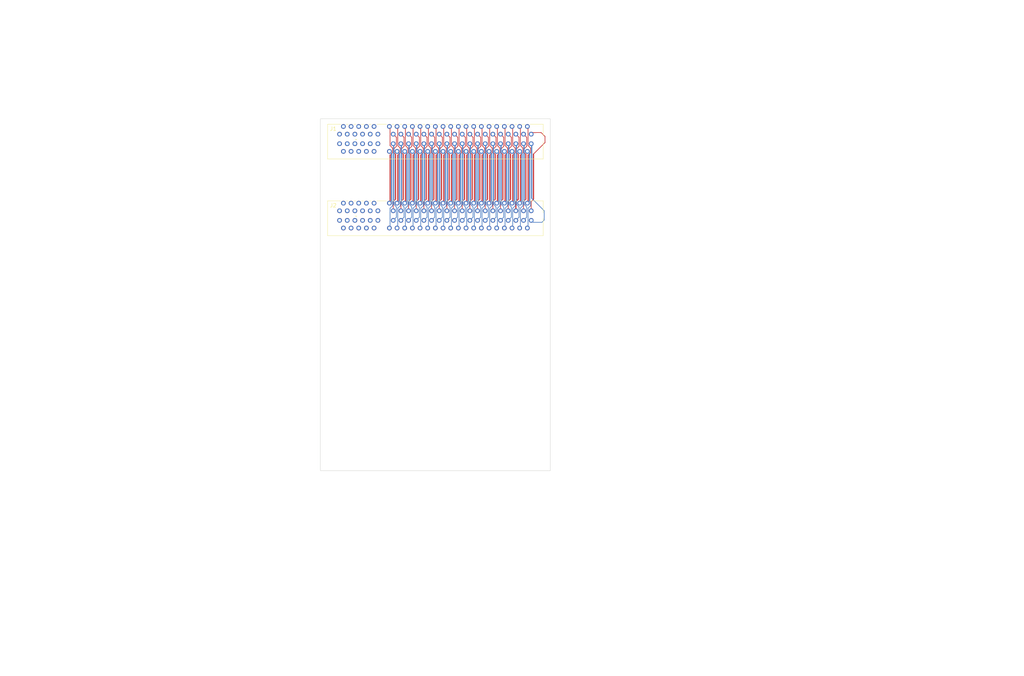
<source format=kicad_pcb>
(kicad_pcb (version 20221018) (generator pcbnew)
  (layers (0 "F.Cu" signal) (31 "B.Cu" signal) (34 "B.Paste" user) (35 "F.Paste" user) (36 "B.SilkS" user "B.Silkscreen") (37 "F.SilkS" user "F.Silkscreen") (38 "B.Mask" user) (39 "F.Mask" user) (44 "Edge.Cuts" user))
  (property "SHEETTOTAL" "1")
  (net 0 "")
  (net 7 "5V")
  (net 8 "3.3V")
  (net 9 "8.4V")
  (net 10 "GND")
  (net 11 "ENGHALL1")
  (net 12 "DIR2")
  (net 13 "DIR1")
  (net 14 "PWM2")
  (net 15 "PWM1")
  (net 16 "SPARK")
  (net 17 "RRHALL")
  (net 18 "ENGHALL2")
  (net 19 "PLOADC1")
  (net 20 "PLOADC2")
  (net 21 "PLDCLK")
  (net 22 "PLDDAT")
  (net 23 "SLOADC1")
  (net 24 "SLOADC2")
  (net 25 "SLDCLK")
  (net 26 "SLDDAT")
  (net 27 "PENC_A")
  (net 28 "~PENC_A")
  (net 29 "PENC_B")
  (net 30 "~PENC_B")
  (net 31 "SENC_A")
  (net 32 "~SENC_A")
  (net 33 "SENC_B")
  (net 34 "~SENC_B")
  (net 35 "DIG_OUT")
  (net 36 "N_A")
  (net 37 "IR_TEENSY")
  (net 38 "IR_AMP")
  (net 39 "TEMP4")
  (net 40 "TEMP3")
  (net 41 "TEMP2")
  (net 42 "TEMP1")
  (net 43 "CAN_H")
  (net 44 "CAN_L")
  (net 45 "I2C_DATA")
  (net 46 "I2C_CLK")
  (net 47 "TX1")
  (net 48 "RX1")
  (net 49 "TX2")
  (net 50 "RX2")
  (net 51 "TX3")
  (net 52 "RX3")
  (net 53 "TX4")
  (net 54 "RX4")
  (net 55 "TX5")
  (net 56 "RX5")
  (net 57 "CIPO")
  (net 58 "COPI")
  (net 59 "SCLK")
  (net 60 "CS1")
  (net 61 "CS2")
  (net 62 "CS3")
  (net 63 "CS4")
  (net 64 "CS5")
  (net 65 "CS6")
  (net 66 "FRBPRESS")
  (net 67 "RRBPRESS")
  (net 68 "RPOT1")
  (net 69 "RPOT2")
  (net 70 "VOLT1")
  (net 71 "VOLT2")
  (net 72 "VOLT3")
  (footprint "!footprints:9-1734774-5" (layer "F.Cu") (at 102.999999 72)
    (fp_text reference "J2")
    (fp_text value "~")
  )
  (footprint "!footprints:9-1734774-5" (layer "F.Cu") (at 103.000001 52)
    (fp_text reference "J1")
    (fp_text value "~")
  )
  (gr_rect (start 98 48) (end 158 139.8) (stroke (width 0.1)) (fill none) (layer "Edge.Cuts"))
  (segment (start 142.2 57.465456) (end 142.824102 56.841354) (width 0.175) (layer "F.Cu") (net 10))
  (segment (start 125.824102 55.175898) (end 125.1759 55.8241) (width 0.175) (layer "F.Cu") (net 10))
  (segment (start 125.1759 55.8241) (end 125.1759 56.841354) (width 0.175) (layer "F.Cu") (net 10))
  (segment (start 149 69.6) (end 149 72) (width 0.3) (layer "F.Cu") (net 10))
  (segment (start 149.824102 52.8241) (end 149.824102 55.175898) (width 0.175) (layer "F.Cu") (net 10))
  (segment (start 142.824102 55.624102) (end 142.175902 54.975902) (width 0.175) (layer "F.Cu") (net 10))
  (segment (start 121.1759 56.841354) (end 121.6 57.265454) (width 0.175) (layer "F.Cu") (net 10))
  (segment (start 125.6 57.265454) (end 125.6 69) (width 0.3) (layer "F.Cu") (net 10))
  (segment (start 121.824102 52.8241) (end 121.824102 55.175898) (width 0.175) (layer "F.Cu") (net 10))
  (segment (start 125.824102 52.8241) (end 125.824102 55.175898) (width 0.175) (layer "F.Cu") (net 10))
  (segment (start 121.824102 55.175898) (end 121.1759 55.8241) (width 0.175) (layer "F.Cu") (net 10))
  (segment (start 142.824102 56.841354) (end 142.824102 55.624102) (width 0.175) (layer "F.Cu") (net 10))
  (segment (start 149.824102 55.175898) (end 149.1759 55.8241) (width 0.175) (layer "F.Cu") (net 10))
  (segment (start 142.2 69.8) (end 142.2 57.465456) (width 0.3) (layer "F.Cu") (net 10))
  (segment (start 149.6 57.265454) (end 149.6 69) (width 0.3) (layer "F.Cu") (net 10))
  (segment (start 149.1759 56.841354) (end 149.6 57.265454) (width 0.175) (layer "F.Cu") (net 10))
  (segment (start 149.1759 55.8241) (end 149.1759 56.841354) (width 0.175) (layer "F.Cu") (net 10))
  (segment (start 142 70) (end 142.2 69.8) (width 0.175) (layer "F.Cu") (net 10))
  (segment (start 121 69.6) (end 121 72) (width 0.175) (layer "F.Cu") (net 10))
  (segment (start 149.6 69) (end 149 69.6) (width 0.3) (layer "F.Cu") (net 10))
  (segment (start 142.175902 50.1759) (end 142.000002 50) (width 0.175) (layer "F.Cu") (net 10))
  (segment (start 125.6 69) (end 125 69.6) (width 0.175) (layer "F.Cu") (net 10))
  (segment (start 121.6 57.265454) (end 121.6 69) (width 0.3) (layer "F.Cu") (net 10))
  (segment (start 121.1759 55.8241) (end 121.1759 56.841354) (width 0.175) (layer "F.Cu") (net 10))
  (segment (start 121.6 69) (end 121 69.6) (width 0.175) (layer "F.Cu") (net 10))
  (segment (start 125 69.6) (end 125 72) (width 0.175) (layer "F.Cu") (net 10))
  (segment (start 142.175902 54.975902) (end 142.175902 50.1759) (width 0.175) (layer "F.Cu") (net 10))
  (segment (start 125.1759 56.841354) (end 125.6 57.265454) (width 0.175) (layer "F.Cu") (net 10))
  (segment (start 121.000002 52) (end 121.824102 52.8241) (width 0.175) (layer "F.Cu") (net 10))
  (segment (start 125.000002 52) (end 125.824102 52.8241) (width 0.175) (layer "F.Cu") (net 10))
  (segment (start 149.000002 52) (end 149.824102 52.8241) (width 0.175) (layer "F.Cu") (net 10))
  (segment (start 146.1759 71.341354) (end 146.8241 70.693154) (width 0.175) (layer "B.Cu") (net 10))
  (segment (start 132.8241 70.693154) (end 132.8241 69.658646) (width 0.175) (layer "B.Cu") (net 10))
  (segment (start 146 76.5) (end 146.1759 76.3241) (width 0.175) (layer "B.Cu") (net 10))
  (segment (start 118.8241 69.658646) (end 118.6 69.434546) (width 0.175) (layer "B.Cu") (net 10))
  (segment (start 121.125601 70.291057) (end 121.125601 54.625599) (width 0.3) (layer "B.Cu") (net 10))
  (segment (start 118.8241 70.693154) (end 118.8241 69.658646) (width 0.175) (layer "B.Cu") (net 10))
  (segment (start 146.8241 70.693154) (end 146.8241 69.658646) (width 0.175) (layer "B.Cu") (net 10))
  (segment (start 118.1759 71.341354) (end 118.8241 70.693154) (width 0.175) (layer "B.Cu") (net 10))
  (segment (start 118.6 69.434546) (end 118.6 57.099998) (width 0.3) (layer "B.Cu") (net 10))
  (segment (start 121.8241 73.6759) (end 121.8241 70.989556) (width 0.175) (layer "B.Cu") (net 10))
  (segment (start 118 76.5) (end 118.1759 76.3241) (width 0.175) (layer "B.Cu") (net 10))
  (segment (start 146.6 69.434546) (end 146.6 57.099998) (width 0.3) (layer "B.Cu") (net 10))
  (segment (start 118.1759 76.3241) (end 118.1759 71.341354) (width 0.175) (layer "B.Cu") (net 10))
  (segment (start 132.1759 71.341354) (end 132.8241 70.693154) (width 0.175) (layer "B.Cu") (net 10))
  (segment (start 132 76.5) (end 132.1759 76.3241) (width 0.175) (layer "B.Cu") (net 10))
  (segment (start 146.8241 69.658646) (end 146.6 69.434546) (width 0.175) (layer "B.Cu") (net 10))
  (segment (start 146.1759 76.3241) (end 146.1759 71.341354) (width 0.175) (layer "B.Cu") (net 10))
  (segment (start 132.6 57.099998) (end 132.000002 56.5) (width 0.175) (layer "B.Cu") (net 10))
  (segment (start 121.8241 70.989556) (end 121.125601 70.291057) (width 0.175) (layer "B.Cu") (net 10))
  (segment (start 121 74.5) (end 121.8241 73.6759) (width 0.175) (layer "B.Cu") (net 10))
  (segment (start 121.125601 54.625599) (end 121.000002 54.5) (width 0.175) (layer "B.Cu") (net 10))
  (segment (start 132.6 69.434546) (end 132.6 57.099998) (width 0.3) (layer "B.Cu") (net 10))
  (segment (start 118.6 57.099998) (end 118.000002 56.5) (width 0.175) (layer "B.Cu") (net 10))
  (segment (start 146.6 57.099998) (end 146.000002 56.5) (width 0.175) (layer "B.Cu") (net 10))
  (segment (start 132.1759 76.3241) (end 132.1759 71.341354) (width 0.175) (layer "B.Cu") (net 10))
  (segment (start 132.8241 69.658646) (end 132.6 69.434546) (width 0.175) (layer "B.Cu") (net 10))
  (segment (start 148.2 69.8) (end 148.2 57.465456) (width 0.3) (layer "F.Cu") (net 11))
  (segment (start 148.824102 56.841354) (end 148.824102 55.624102) (width 0.175) (layer "F.Cu") (net 11))
  (segment (start 116.824102 55.624102) (end 116.175902 54.975902) (width 0.175) (layer "F.Cu") (net 11))
  (segment (start 148.2 57.465456) (end 148.824102 56.841354) (width 0.175) (layer "F.Cu") (net 11))
  (segment (start 116.2 57.465456) (end 116.824102 56.841354) (width 0.175) (layer "F.Cu") (net 11))
  (segment (start 148.175902 54.975902) (end 148.175902 50.1759) (width 0.175) (layer "F.Cu") (net 11))
  (segment (start 148.824102 55.624102) (end 148.175902 54.975902) (width 0.175) (layer "F.Cu") (net 11))
  (segment (start 116.175902 50.1759) (end 116.000002 50) (width 0.175) (layer "F.Cu") (net 11))
  (segment (start 148.175902 50.1759) (end 148.000002 50) (width 0.175) (layer "F.Cu") (net 11))
  (segment (start 116 70) (end 116.2 69.8) (width 0.175) (layer "F.Cu") (net 11))
  (segment (start 116.2 69.8) (end 116.2 57.465456) (width 0.3) (layer "F.Cu") (net 11))
  (segment (start 116.824102 56.841354) (end 116.824102 55.624102) (width 0.175) (layer "F.Cu") (net 11))
  (segment (start 116.175902 54.975902) (end 116.175902 50.1759) (width 0.175) (layer "F.Cu") (net 11))
  (segment (start 148 70) (end 148.2 69.8) (width 0.175) (layer "F.Cu") (net 11))
  (segment (start 147.6 57.265454) (end 147.6 69) (width 0.3) (layer "F.Cu") (net 12))
  (segment (start 117.000002 52) (end 117.824102 52.8241) (width 0.175) (layer "F.Cu") (net 12))
  (segment (start 147.1759 56.841354) (end 147.6 57.265454) (width 0.175) (layer "F.Cu") (net 12))
  (segment (start 117.824102 55.175898) (end 117.1759 55.8241) (width 0.175) (layer "F.Cu") (net 12))
  (segment (start 147.824102 52.8241) (end 147.824102 55.175898) (width 0.175) (layer "F.Cu") (net 12))
  (segment (start 117 69.6) (end 117 72) (width 0.175) (layer "F.Cu") (net 12))
  (segment (start 147.824102 55.175898) (end 147.1759 55.8241) (width 0.175) (layer "F.Cu") (net 12))
  (segment (start 147.6 69) (end 147 69.6) (width 0.175) (layer "F.Cu") (net 12))
  (segment (start 147 69.6) (end 147 72) (width 0.175) (layer "F.Cu") (net 12))
  (segment (start 117.1759 55.8241) (end 117.1759 56.841354) (width 0.175) (layer "F.Cu") (net 12))
  (segment (start 117.6 69) (end 117 69.6) (width 0.175) (layer "F.Cu") (net 12))
  (segment (start 147.1759 55.8241) (end 147.1759 56.841354) (width 0.175) (layer "F.Cu") (net 12))
  (segment (start 117.824102 52.8241) (end 117.824102 55.175898) (width 0.175) (layer "F.Cu") (net 12))
  (segment (start 117.1759 56.841354) (end 117.6 57.265454) (width 0.175) (layer "F.Cu") (net 12))
  (segment (start 117.6 57.265454) (end 117.6 69) (width 0.3) (layer "F.Cu") (net 12))
  (segment (start 147.000002 52) (end 147.824102 52.8241) (width 0.175) (layer "F.Cu") (net 12))
  (segment (start 118.824102 56.841354) (end 118.824102 55.624102) (width 0.175) (layer "F.Cu") (net 13))
  (segment (start 118 70) (end 118.2 69.8) (width 0.175) (layer "F.Cu") (net 13))
  (segment (start 118.175902 50.1759) (end 118.000002 50) (width 0.175) (layer "F.Cu") (net 13))
  (segment (start 118.2 69.8) (end 118.2 57.465456) (width 0.3) (layer "F.Cu") (net 13))
  (segment (start 118.2 57.465456) (end 118.824102 56.841354) (width 0.175) (layer "F.Cu") (net 13))
  (segment (start 118.824102 55.624102) (end 118.175902 54.975902) (width 0.175) (layer "F.Cu") (net 13))
  (segment (start 118.175902 54.975902) (end 118.175902 50.1759) (width 0.175) (layer "F.Cu") (net 13))
  (segment (start 119.000002 52) (end 119.824102 52.8241) (width 0.175) (layer "F.Cu") (net 14))
  (segment (start 119.1759 56.841354) (end 119.6 57.265454) (width 0.175) (layer "F.Cu") (net 14))
  (segment (start 119.6 69) (end 119 69.6) (width 0.175) (layer "F.Cu") (net 14))
  (segment (start 119.6 57.265454) (end 119.6 69) (width 0.3) (layer "F.Cu") (net 14))
  (segment (start 119 69.6) (end 119 72) (width 0.175) (layer "F.Cu") (net 14))
  (segment (start 119.1759 55.8241) (end 119.1759 56.841354) (width 0.175) (layer "F.Cu") (net 14))
  (segment (start 119.824102 55.175898) (end 119.1759 55.8241) (width 0.175) (layer "F.Cu") (net 14))
  (segment (start 119.824102 52.8241) (end 119.824102 55.175898) (width 0.175) (layer "F.Cu") (net 14))
  (segment (start 120.824102 55.624102) (end 120.175902 54.975902) (width 0.175) (layer "F.Cu") (net 15))
  (segment (start 120.824102 56.841354) (end 120.824102 55.624102) (width 0.175) (layer "F.Cu") (net 15))
  (segment (start 120.2 57.465456) (end 120.824102 56.841354) (width 0.175) (layer "F.Cu") (net 15))
  (segment (start 120.175902 50.1759) (end 120.000002 50) (width 0.175) (layer "F.Cu") (net 15))
  (segment (start 120.2 69.8) (end 120.2 57.465456) (width 0.3) (layer "F.Cu") (net 15))
  (segment (start 120.175902 54.975902) (end 120.175902 50.1759) (width 0.175) (layer "F.Cu") (net 15))
  (segment (start 120 70) (end 120.2 69.8) (width 0.175) (layer "F.Cu") (net 15))
  (segment (start 122 70) (end 122.2 69.8) (width 0.175) (layer "F.Cu") (net 16))
  (segment (start 122.2 69.8) (end 122.2 57.465456) (width 0.3) (layer "F.Cu") (net 16))
  (segment (start 122.175902 50.1759) (end 122.000002 50) (width 0.175) (layer "F.Cu") (net 16))
  (segment (start 122.2 57.465456) (end 122.824102 56.841354) (width 0.175) (layer "F.Cu") (net 16))
  (segment (start 122.824102 55.624102) (end 122.175902 54.975902) (width 0.175) (layer "F.Cu") (net 16))
  (segment (start 122.175902 54.975902) (end 122.175902 50.1759) (width 0.175) (layer "F.Cu") (net 16))
  (segment (start 122.824102 56.841354) (end 122.824102 55.624102) (width 0.175) (layer "F.Cu") (net 16))
  (segment (start 123.6 69) (end 123 69.6) (width 0.175) (layer "F.Cu") (net 17))
  (segment (start 123 69.6) (end 123 72) (width 0.175) (layer "F.Cu") (net 17))
  (segment (start 123.000002 52) (end 123.824102 52.8241) (width 0.175) (layer "F.Cu") (net 17))
  (segment (start 123.824102 52.8241) (end 123.824102 55.175898) (width 0.175) (layer "F.Cu") (net 17))
  (segment (start 123.824102 55.175898) (end 123.1759 55.8241) (width 0.175) (layer "F.Cu") (net 17))
  (segment (start 123.6 57.265454) (end 123.6 69) (width 0.3) (layer "F.Cu") (net 17))
  (segment (start 123.1759 55.8241) (end 123.1759 56.841354) (width 0.175) (layer "F.Cu") (net 17))
  (segment (start 123.1759 56.841354) (end 123.6 57.265454) (width 0.175) (layer "F.Cu") (net 17))
  (segment (start 124.824102 55.624102) (end 124.175902 54.975902) (width 0.175) (layer "F.Cu") (net 18))
  (segment (start 124.824102 56.841354) (end 124.824102 55.624102) (width 0.175) (layer "F.Cu") (net 18))
  (segment (start 124.175902 54.975902) (end 124.175902 50.1759) (width 0.175) (layer "F.Cu") (net 18))
  (segment (start 124.175902 50.1759) (end 124.000002 50) (width 0.175) (layer "F.Cu") (net 18))
  (segment (start 124.2 57.465456) (end 124.824102 56.841354) (width 0.175) (layer "F.Cu") (net 18))
  (segment (start 124.2 69.8) (end 124.2 57.465456) (width 0.3) (layer "F.Cu") (net 18))
  (segment (start 124 70) (end 124.2 69.8) (width 0.175) (layer "F.Cu") (net 18))
  (segment (start 126.824102 56.841354) (end 126.824102 55.624102) (width 0.175) (layer "F.Cu") (net 19))
  (segment (start 126.824102 55.624102) (end 126.175902 54.975902) (width 0.175) (layer "F.Cu") (net 19))
  (segment (start 126.2 57.465456) (end 126.824102 56.841354) (width 0.175) (layer "F.Cu") (net 19))
  (segment (start 126.175902 54.975902) (end 126.175902 50.1759) (width 0.175) (layer "F.Cu") (net 19))
  (segment (start 126.2 69.8) (end 126.2 57.465456) (width 0.3) (layer "F.Cu") (net 19))
  (segment (start 126.175902 50.1759) (end 126.000002 50) (width 0.175) (layer "F.Cu") (net 19))
  (segment (start 126 70) (end 126.2 69.8) (width 0.175) (layer "F.Cu") (net 19))
  (segment (start 127.824102 55.175898) (end 127.1759 55.8241) (width 0.175) (layer "F.Cu") (net 20))
  (segment (start 127.000002 52) (end 127.824102 52.8241) (width 0.175) (layer "F.Cu") (net 20))
  (segment (start 127.6 57.265454) (end 127.6 69) (width 0.3) (layer "F.Cu") (net 20))
  (segment (start 127.1759 55.8241) (end 127.1759 56.841354) (width 0.175) (layer "F.Cu") (net 20))
  (segment (start 127.824102 52.8241) (end 127.824102 55.175898) (width 0.175) (layer "F.Cu") (net 20))
  (segment (start 127.6 69) (end 127 69.6) (width 0.175) (layer "F.Cu") (net 20))
  (segment (start 127.1759 56.841354) (end 127.6 57.265454) (width 0.175) (layer "F.Cu") (net 20))
  (segment (start 127 69.6) (end 127 72) (width 0.175) (layer "F.Cu") (net 20))
  (segment (start 128.824102 55.624102) (end 128.175902 54.975902) (width 0.175) (layer "F.Cu") (net 21))
  (segment (start 128.2 69.8) (end 128.2 57.465456) (width 0.3) (layer "F.Cu") (net 21))
  (segment (start 128.824102 56.841354) (end 128.824102 55.624102) (width 0.175) (layer "F.Cu") (net 21))
  (segment (start 128.175902 50.1759) (end 128.000002 50) (width 0.175) (layer "F.Cu") (net 21))
  (segment (start 128.2 57.465456) (end 128.824102 56.841354) (width 0.175) (layer "F.Cu") (net 21))
  (segment (start 128.175902 54.975902) (end 128.175902 50.1759) (width 0.175) (layer "F.Cu") (net 21))
  (segment (start 128 70) (end 128.2 69.8) (width 0.175) (layer "F.Cu") (net 21))
  (segment (start 129.6 69) (end 129 69.6) (width 0.175) (layer "F.Cu") (net 22))
  (segment (start 129.000002 52) (end 129.824102 52.8241) (width 0.175) (layer "F.Cu") (net 22))
  (segment (start 129 69.6) (end 129 72) (width 0.175) (layer "F.Cu") (net 22))
  (segment (start 129.824102 52.8241) (end 129.824102 55.175898) (width 0.175) (layer "F.Cu") (net 22))
  (segment (start 129.6 57.265454) (end 129.6 69) (width 0.3) (layer "F.Cu") (net 22))
  (segment (start 129.824102 55.175898) (end 129.1759 55.8241) (width 0.175) (layer "F.Cu") (net 22))
  (segment (start 129.1759 55.8241) (end 129.1759 56.841354) (width 0.175) (layer "F.Cu") (net 22))
  (segment (start 129.1759 56.841354) (end 129.6 57.265454) (width 0.175) (layer "F.Cu") (net 22))
  (segment (start 130.2 57.465456) (end 130.824102 56.841354) (width 0.175) (layer "F.Cu") (net 23))
  (segment (start 130.824102 55.624102) (end 130.175902 54.975902) (width 0.175) (layer "F.Cu") (net 23))
  (segment (start 130.175902 54.975902) (end 130.175902 50.1759) (width 0.175) (layer "F.Cu") (net 23))
  (segment (start 130.175902 50.1759) (end 130.000002 50) (width 0.175) (layer "F.Cu") (net 23))
  (segment (start 130.2 69.8) (end 130.2 57.465456) (width 0.3) (layer "F.Cu") (net 23))
  (segment (start 130 70) (end 130.2 69.8) (width 0.175) (layer "F.Cu") (net 23))
  (segment (start 130.824102 56.841354) (end 130.824102 55.624102) (width 0.175) (layer "F.Cu") (net 23))
  (segment (start 131.1759 55.8241) (end 131.1759 56.841354) (width 0.175) (layer "F.Cu") (net 24))
  (segment (start 131.000002 52) (end 131.824102 52.8241) (width 0.175) (layer "F.Cu") (net 24))
  (segment (start 131.824102 55.175898) (end 131.1759 55.8241) (width 0.175) (layer "F.Cu") (net 24))
  (segment (start 131.6 69) (end 131 69.6) (width 0.175) (layer "F.Cu") (net 24))
  (segment (start 131.6 57.265454) (end 131.6 69) (width 0.3) (layer "F.Cu") (net 24))
  (segment (start 131 69.6) (end 131 72) (width 0.175) (layer "F.Cu") (net 24))
  (segment (start 131.1759 56.841354) (end 131.6 57.265454) (width 0.175) (layer "F.Cu") (net 24))
  (segment (start 131.824102 52.8241) (end 131.824102 55.175898) (width 0.175) (layer "F.Cu") (net 24))
  (segment (start 132.2 69.8) (end 132.2 57.465456) (width 0.3) (layer "F.Cu") (net 25))
  (segment (start 132.175902 54.975902) (end 132.175902 50.1759) (width 0.175) (layer "F.Cu") (net 25))
  (segment (start 132.824102 55.624102) (end 132.175902 54.975902) (width 0.175) (layer "F.Cu") (net 25))
  (segment (start 132.824102 56.841354) (end 132.824102 55.624102) (width 0.175) (layer "F.Cu") (net 25))
  (segment (start 132.2 57.465456) (end 132.824102 56.841354) (width 0.175) (layer "F.Cu") (net 25))
  (segment (start 132 70) (end 132.2 69.8) (width 0.175) (layer "F.Cu") (net 25))
  (segment (start 132.175902 50.1759) (end 132.000002 50) (width 0.175) (layer "F.Cu") (net 25))
  (segment (start 133.6 69) (end 133 69.6) (width 0.175) (layer "F.Cu") (net 26))
  (segment (start 133.1759 56.841354) (end 133.6 57.265454) (width 0.175) (layer "F.Cu") (net 26))
  (segment (start 133.824102 55.175898) (end 133.1759 55.8241) (width 0.175) (layer "F.Cu") (net 26))
  (segment (start 133.824102 52.8241) (end 133.824102 55.175898) (width 0.175) (layer "F.Cu") (net 26))
  (segment (start 133.1759 55.8241) (end 133.1759 56.841354) (width 0.175) (layer "F.Cu") (net 26))
  (segment (start 133.000002 52) (end 133.824102 52.8241) (width 0.175) (layer "F.Cu") (net 26))
  (segment (start 133 69.6) (end 133 72) (width 0.175) (layer "F.Cu") (net 26))
  (segment (start 133.6 57.265454) (end 133.6 69) (width 0.3) (layer "F.Cu") (net 26))
  (segment (start 134.2 69.8) (end 134.2 57.465456) (width 0.3) (layer "F.Cu") (net 27))
  (segment (start 134 70) (end 134.2 69.8) (width 0.175) (layer "F.Cu") (net 27))
  (segment (start 134.175902 54.975902) (end 134.175902 50.1759) (width 0.175) (layer "F.Cu") (net 27))
  (segment (start 134.824102 56.841354) (end 134.824102 55.624102) (width 0.175) (layer "F.Cu") (net 27))
  (segment (start 134.175902 50.1759) (end 134.000002 50) (width 0.175) (layer "F.Cu") (net 27))
  (segment (start 134.824102 55.624102) (end 134.175902 54.975902) (width 0.175) (layer "F.Cu") (net 27))
  (segment (start 134.2 57.465456) (end 134.824102 56.841354) (width 0.175) (layer "F.Cu") (net 27))
  (segment (start 135.6 57.265454) (end 135.6 69) (width 0.3) (layer "F.Cu") (net 28))
  (segment (start 135.6 69) (end 135 69.6) (width 0.175) (layer "F.Cu") (net 28))
  (segment (start 135.1759 55.8241) (end 135.1759 56.841354) (width 0.175) (layer "F.Cu") (net 28))
  (segment (start 135 69.6) (end 135 72) (width 0.175) (layer "F.Cu") (net 28))
  (segment (start 135.000002 52) (end 135.824102 52.8241) (width 0.175) (layer "F.Cu") (net 28))
  (segment (start 135.824102 55.175898) (end 135.1759 55.8241) (width 0.175) (layer "F.Cu") (net 28))
  (segment (start 135.824102 52.8241) (end 135.824102 55.175898) (width 0.175) (layer "F.Cu") (net 28))
  (segment (start 135.1759 56.841354) (end 135.6 57.265454) (width 0.175) (layer "F.Cu") (net 28))
  (segment (start 136.2 69.8) (end 136.2 57.465456) (width 0.3) (layer "F.Cu") (net 29))
  (segment (start 136.175902 50.1759) (end 136.000002 50) (width 0.175) (layer "F.Cu") (net 29))
  (segment (start 136.175902 54.975902) (end 136.175902 50.1759) (width 0.175) (layer "F.Cu") (net 29))
  (segment (start 136.824102 55.624102) (end 136.175902 54.975902) (width 0.175) (layer "F.Cu") (net 29))
  (segment (start 136 70) (end 136.2 69.8) (width 0.175) (layer "F.Cu") (net 29))
  (segment (start 136.824102 56.841354) (end 136.824102 55.624102) (width 0.175) (layer "F.Cu") (net 29))
  (segment (start 136.2 57.465456) (end 136.824102 56.841354) (width 0.175) (layer "F.Cu") (net 29))
  (segment (start 137.6 69) (end 137 69.6) (width 0.175) (layer "F.Cu") (net 30))
  (segment (start 137.6 57.265454) (end 137.6 69) (width 0.3) (layer "F.Cu") (net 30))
  (segment (start 137 69.6) (end 137 72) (width 0.175) (layer "F.Cu") (net 30))
  (segment (start 137.000002 52) (end 137.824102 52.8241) (width 0.175) (layer "F.Cu") (net 30))
  (segment (start 137.1759 55.8241) (end 137.1759 56.841354) (width 0.175) (layer "F.Cu") (net 30))
  (segment (start 137.824102 52.8241) (end 137.824102 55.175898) (width 0.175) (layer "F.Cu") (net 30))
  (segment (start 137.1759 56.841354) (end 137.6 57.265454) (width 0.175) (layer "F.Cu") (net 30))
  (segment (start 137.824102 55.175898) (end 137.1759 55.8241) (width 0.175) (layer "F.Cu") (net 30))
  (segment (start 138.2 69.8) (end 138.2 57.465456) (width 0.3) (layer "F.Cu") (net 31))
  (segment (start 138.175902 50.1759) (end 138.000002 50) (width 0.175) (layer "F.Cu") (net 31))
  (segment (start 138.824102 56.841354) (end 138.824102 55.624102) (width 0.175) (layer "F.Cu") (net 31))
  (segment (start 138 70) (end 138.2 69.8) (width 0.175) (layer "F.Cu") (net 31))
  (segment (start 138.824102 55.624102) (end 138.175902 54.975902) (width 0.175) (layer "F.Cu") (net 31))
  (segment (start 138.175902 54.975902) (end 138.175902 50.1759) (width 0.175) (layer "F.Cu") (net 31))
  (segment (start 138.2 57.465456) (end 138.824102 56.841354) (width 0.175) (layer "F.Cu") (net 31))
  (segment (start 139.824102 55.175898) (end 139.1759 55.8241) (width 0.175) (layer "F.Cu") (net 32))
  (segment (start 139.1759 56.841354) (end 139.6 57.265454) (width 0.175) (layer "F.Cu") (net 32))
  (segment (start 139.6 69) (end 139 69.6) (width 0.175) (layer "F.Cu") (net 32))
  (segment (start 139.824102 52.8241) (end 139.824102 55.175898) (width 0.175) (layer "F.Cu") (net 32))
  (segment (start 139.000002 52) (end 139.824102 52.8241) (width 0.175) (layer "F.Cu") (net 32))
  (segment (start 139 69.6) (end 139 72) (width 0.175) (layer "F.Cu") (net 32))
  (segment (start 139.1759 55.8241) (end 139.1759 56.841354) (width 0.175) (layer "F.Cu") (net 32))
  (segment (start 139.6 57.265454) (end 139.6 69) (width 0.3) (layer "F.Cu") (net 32))
  (segment (start 140.824102 56.841354) (end 140.824102 55.624102) (width 0.175) (layer "F.Cu") (net 33))
  (segment (start 140.824102 55.624102) (end 140.175902 54.975902) (width 0.175) (layer "F.Cu") (net 33))
  (segment (start 140.175902 50.1759) (end 140.000002 50) (width 0.175) (layer "F.Cu") (net 33))
  (segment (start 140.2 57.465456) (end 140.824102 56.841354) (width 0.175) (layer "F.Cu") (net 33))
  (segment (start 140 70) (end 140.2 69.8) (width 0.175) (layer "F.Cu") (net 33))
  (segment (start 140.2 69.8) (end 140.2 57.465456) (width 0.3) (layer "F.Cu") (net 33))
  (segment (start 140.175902 54.975902) (end 140.175902 50.1759) (width 0.175) (layer "F.Cu") (net 33))
  (segment (start 141.824102 52.8241) (end 141.824102 55.175898) (width 0.175) (layer "F.Cu") (net 34))
  (segment (start 141.000002 52) (end 141.824102 52.8241) (width 0.175) (layer "F.Cu") (net 34))
  (segment (start 141.6 57.265454) (end 141.6 69) (width 0.3) (layer "F.Cu") (net 34))
  (segment (start 141 69.6) (end 141 72) (width 0.175) (layer "F.Cu") (net 34))
  (segment (start 141.6 69) (end 141 69.6) (width 0.175) (layer "F.Cu") (net 34))
  (segment (start 141.1759 56.841354) (end 141.6 57.265454) (width 0.175) (layer "F.Cu") (net 34))
  (segment (start 141.1759 55.8241) (end 141.1759 56.841354) (width 0.175) (layer "F.Cu") (net 34))
  (segment (start 141.824102 55.175898) (end 141.1759 55.8241) (width 0.175) (layer "F.Cu") (net 34))
  (segment (start 143.000002 52) (end 143.824102 52.8241) (width 0.175) (layer "F.Cu") (net 35))
  (segment (start 143.6 69) (end 143 69.6) (width 0.175) (layer "F.Cu") (net 35))
  (segment (start 143.824102 55.175898) (end 143.1759 55.8241) (width 0.175) (layer "F.Cu") (net 35))
  (segment (start 143.1759 55.8241) (end 143.1759 56.841354) (width 0.175) (layer "F.Cu") (net 35))
  (segment (start 143.6 57.265454) (end 143.6 69) (width 0.3) (layer "F.Cu") (net 35))
  (segment (start 143.824102 52.8241) (end 143.824102 55.175898) (width 0.175) (layer "F.Cu") (net 35))
  (segment (start 143 69.6) (end 143 72) (width 0.175) (layer "F.Cu") (net 35))
  (segment (start 143.1759 56.841354) (end 143.6 57.265454) (width 0.175) (layer "F.Cu") (net 35))
  (segment (start 144.175902 50.1759) (end 144.000002 50) (width 0.175) (layer "F.Cu") (net 36))
  (segment (start 144.824102 55.624102) (end 144.175902 54.975902) (width 0.175) (layer "F.Cu") (net 36))
  (segment (start 144 70) (end 144.2 69.8) (width 0.175) (layer "F.Cu") (net 36))
  (segment (start 144.175902 54.975902) (end 144.175902 50.1759) (width 0.175) (layer "F.Cu") (net 36))
  (segment (start 144.824102 56.841354) (end 144.824102 55.624102) (width 0.175) (layer "F.Cu") (net 36))
  (segment (start 144.2 57.465456) (end 144.824102 56.841354) (width 0.175) (layer "F.Cu") (net 36))
  (segment (start 144.2 69.8) (end 144.2 57.465456) (width 0.3) (layer "F.Cu") (net 36))
  (segment (start 145.1759 55.8241) (end 145.1759 56.841354) (width 0.175) (layer "F.Cu") (net 37))
  (segment (start 145.6 69) (end 145 69.6) (width 0.175) (layer "F.Cu") (net 37))
  (segment (start 145.1759 56.841354) (end 145.6 57.265454) (width 0.175) (layer "F.Cu") (net 37))
  (segment (start 145.824102 52.8241) (end 145.824102 55.175898) (width 0.175) (layer "F.Cu") (net 37))
  (segment (start 145.6 57.265454) (end 145.6 69) (width 0.3) (layer "F.Cu") (net 37))
  (segment (start 145.000002 52) (end 145.824102 52.8241) (width 0.175) (layer "F.Cu") (net 37))
  (segment (start 145 69.6) (end 145 72) (width 0.175) (layer "F.Cu") (net 37))
  (segment (start 145.824102 55.175898) (end 145.1759 55.8241) (width 0.175) (layer "F.Cu") (net 37))
  (segment (start 146.2 69.8) (end 146.2 57.465456) (width 0.3) (layer "F.Cu") (net 38))
  (segment (start 146.824102 56.841354) (end 146.824102 55.624102) (width 0.175) (layer "F.Cu") (net 38))
  (segment (start 146.175902 50.1759) (end 146.000002 50) (width 0.175) (layer "F.Cu") (net 38))
  (segment (start 146.2 57.465456) (end 146.824102 56.841354) (width 0.175) (layer "F.Cu") (net 38))
  (segment (start 146 70) (end 146.2 69.8) (width 0.175) (layer "F.Cu") (net 38))
  (segment (start 146.175902 54.975902) (end 146.175902 50.1759) (width 0.175) (layer "F.Cu") (net 38))
  (segment (start 146.824102 55.624102) (end 146.175902 54.975902) (width 0.175) (layer "F.Cu") (net 38))
  (segment (start 150.175902 50.1759) (end 150.000002 50) (width 0.175) (layer "F.Cu") (net 39))
  (segment (start 150.175902 54.975902) (end 150.175902 50.1759) (width 0.175) (layer "F.Cu") (net 39))
  (segment (start 150.824102 55.624102) (end 150.175902 54.975902) (width 0.175) (layer "F.Cu") (net 39))
  (segment (start 150 70) (end 150.2 69.8) (width 0.175) (layer "F.Cu") (net 39))
  (segment (start 150.2 69.8) (end 150.2 57.465456) (width 0.3) (layer "F.Cu") (net 39))
  (segment (start 150.824102 56.841354) (end 150.824102 55.624102) (width 0.175) (layer "F.Cu") (net 39))
  (segment (start 150.2 57.465456) (end 150.824102 56.841354) (width 0.175) (layer "F.Cu") (net 39))
  (segment (start 151.824102 55.175898) (end 151.1759 55.8241) (width 0.175) (layer "F.Cu") (net 40))
  (segment (start 151.6 57.265454) (end 151.6 69) (width 0.3) (layer "F.Cu") (net 40))
  (segment (start 151.6 69) (end 151 69.6) (width 0.175) (layer "F.Cu") (net 40))
  (segment (start 151.1759 56.841354) (end 151.6 57.265454) (width 0.175) (layer "F.Cu") (net 40))
  (segment (start 151.1759 55.8241) (end 151.1759 56.841354) (width 0.175) (layer "F.Cu") (net 40))
  (segment (start 151.824102 52.8241) (end 151.824102 55.175898) (width 0.175) (layer "F.Cu") (net 40))
  (segment (start 151.000002 52) (end 151.824102 52.8241) (width 0.175) (layer "F.Cu") (net 40))
  (segment (start 151 69.6) (end 151 72) (width 0.175) (layer "F.Cu") (net 40))
  (segment (start 152.824102 56.841354) (end 152.824102 55.624102) (width 0.175) (layer "F.Cu") (net 41))
  (segment (start 152.2 57.465456) (end 152.824102 56.841354) (width 0.175) (layer "F.Cu") (net 41))
  (segment (start 152 70) (end 152.2 69.8) (width 0.175) (layer "F.Cu") (net 41))
  (segment (start 152.175902 54.975902) (end 152.175902 50.1759) (width 0.175) (layer "F.Cu") (net 41))
  (segment (start 152.175902 50.1759) (end 152.000002 50) (width 0.175) (layer "F.Cu") (net 41))
  (segment (start 152.824102 55.624102) (end 152.175902 54.975902) (width 0.175) (layer "F.Cu") (net 41))
  (segment (start 152.2 69.8) (end 152.2 57.465456) (width 0.3) (layer "F.Cu") (net 41))
  (segment (start 153 69.6) (end 153 72) (width 0.175) (layer "F.Cu") (net 42))
  (segment (start 155.6 51.6) (end 156.6 52.6) (width 0.175) (layer "F.Cu") (net 42))
  (segment (start 153.6 69) (end 153 69.6) (width 0.175) (layer "F.Cu") (net 42))
  (segment (start 153.6 57.2) (end 153.6 69) (width 0.3) (layer "F.Cu") (net 42))
  (segment (start 153.400002 51.6) (end 155.6 51.6) (width 0.175) (layer "F.Cu") (net 42))
  (segment (start 153.000002 52) (end 153.400002 51.6) (width 0.175) (layer "F.Cu") (net 42))
  (segment (start 156.6 52.6) (end 156.6 54.2) (width 0.175) (layer "F.Cu") (net 42))
  (segment (start 156.6 54.2) (end 153.6 57.2) (width 0.175) (layer "F.Cu") (net 42))
  (segment (start 144.8241 69.658646) (end 144.6 69.434546) (width 0.175) (layer "B.Cu") (net 43))
  (segment (start 142.8241 69.658646) (end 142.6 69.434546) (width 0.175) (layer "B.Cu") (net 43))
  (segment (start 144.8241 70.693154) (end 144.8241 69.658646) (width 0.175) (layer "B.Cu") (net 43))
  (segment (start 116.8241 69.658646) (end 116.6 69.434546) (width 0.175) (layer "B.Cu") (net 43))
  (segment (start 116.6 57.099998) (end 116.000002 56.5) (width 0.175) (layer "B.Cu") (net 43))
  (segment (start 142.6 69.434546) (end 142.6 57.099998) (width 0.3) (layer "B.Cu") (net 43))
  (segment (start 116.1759 76.3241) (end 116.1759 71.341354) (width 0.175) (layer "B.Cu") (net 43))
  (segment (start 144 76.5) (end 144.1759 76.3241) (width 0.175) (layer "B.Cu") (net 43))
  (segment (start 116 76.5) (end 116.1759 76.3241) (width 0.175) (layer "B.Cu") (net 43))
  (segment (start 116.6 69.434546) (end 116.6 57.099998) (width 0.3) (layer "B.Cu") (net 43))
  (segment (start 142.6 57.099998) (end 142.000002 56.5) (width 0.175) (layer "B.Cu") (net 43))
  (segment (start 144.1759 71.341354) (end 144.8241 70.693154) (width 0.175) (layer "B.Cu") (net 43))
  (segment (start 142.8241 70.693154) (end 142.8241 69.658646) (width 0.175) (layer "B.Cu") (net 43))
  (segment (start 144.1759 76.3241) (end 144.1759 71.341354) (width 0.175) (layer "B.Cu") (net 43))
  (segment (start 116.1759 71.341354) (end 116.8241 70.693154) (width 0.175) (layer "B.Cu") (net 43))
  (segment (start 116.8241 70.693154) (end 116.8241 69.658646) (width 0.175) (layer "B.Cu") (net 43))
  (segment (start 142 76.5) (end 142.1759 76.3241) (width 0.175) (layer "B.Cu") (net 43))
  (segment (start 142.1759 71.341354) (end 142.8241 70.693154) (width 0.175) (layer "B.Cu") (net 43))
  (segment (start 144.6 69.434546) (end 144.6 57.099998) (width 0.3) (layer "B.Cu") (net 43))
  (segment (start 144.6 57.099998) (end 144.000002 56.5) (width 0.175) (layer "B.Cu") (net 43))
  (segment (start 142.1759 76.3241) (end 142.1759 71.341354) (width 0.175) (layer "B.Cu") (net 43))
  (segment (start 145.125601 54.625599) (end 145.000002 54.5) (width 0.175) (layer "B.Cu") (net 44))
  (segment (start 145.8241 70.989556) (end 145.125601 70.291057) (width 0.175) (layer "B.Cu") (net 44))
  (segment (start 143.8241 70.989556) (end 143.125601 70.291057) (width 0.175) (layer "B.Cu") (net 44))
  (segment (start 117.8241 73.6759) (end 117.8241 70.989556) (width 0.175) (layer "B.Cu") (net 44))
  (segment (start 143.8241 73.6759) (end 143.8241 70.989556) (width 0.175) (layer "B.Cu") (net 44))
  (segment (start 143 74.5) (end 143.8241 73.6759) (width 0.175) (layer "B.Cu") (net 44))
  (segment (start 145.125601 70.291057) (end 145.125601 54.625599) (width 0.3) (layer "B.Cu") (net 44))
  (segment (start 117.8241 70.989556) (end 117.125601 70.291057) (width 0.175) (layer "B.Cu") (net 44))
  (segment (start 117.125601 70.291057) (end 117.125601 54.625599) (width 0.3) (layer "B.Cu") (net 44))
  (segment (start 117.125601 54.625599) (end 117.000002 54.5) (width 0.175) (layer "B.Cu") (net 44))
  (segment (start 145.8241 73.6759) (end 145.8241 70.989556) (width 0.175) (layer "B.Cu") (net 44))
  (segment (start 145 74.5) (end 145.8241 73.6759) (width 0.175) (layer "B.Cu") (net 44))
  (segment (start 117 74.5) (end 117.8241 73.6759) (width 0.175) (layer "B.Cu") (net 44))
  (segment (start 143.125601 54.625599) (end 143.000002 54.5) (width 0.175) (layer "B.Cu") (net 44))
  (segment (start 143.125601 70.291057) (end 143.125601 54.625599) (width 0.3) (layer "B.Cu") (net 44))
  (segment (start 119.8241 70.989556) (end 119.125601 70.291057) (width 0.175) (layer "B.Cu") (net 45))
  (segment (start 119 74.5) (end 119.8241 73.6759) (width 0.175) (layer "B.Cu") (net 45))
  (segment (start 119.125601 70.291057) (end 119.125601 54.625599) (width 0.3) (layer "B.Cu") (net 45))
  (segment (start 119.8241 73.6759) (end 119.8241 70.989556) (width 0.175) (layer "B.Cu") (net 45))
  (segment (start 119.125601 54.625599) (end 119.000002 54.5) (width 0.175) (layer "B.Cu") (net 45))
  (segment (start 120.8241 70.693154) (end 120.8241 69.658646) (width 0.175) (layer "B.Cu") (net 46))
  (segment (start 120.1759 76.3241) (end 120.1759 71.341354) (width 0.175) (layer "B.Cu") (net 46))
  (segment (start 120 76.5) (end 120.1759 76.3241) (width 0.175) (layer "B.Cu") (net 46))
  (segment (start 120.1759 71.341354) (end 120.8241 70.693154) (width 0.175) (layer "B.Cu") (net 46))
  (segment (start 120.8241 69.658646) (end 120.6 69.434546) (width 0.175) (layer "B.Cu") (net 46))
  (segment (start 120.6 57.099998) (end 120.000002 56.5) (width 0.175) (layer "B.Cu") (net 46))
  (segment (start 120.6 69.434546) (end 120.6 57.099998) (width 0.3) (layer "B.Cu") (net 46))
  (segment (start 122.1759 71.341354) (end 122.8241 70.693154) (width 0.175) (layer "B.Cu") (net 47))
  (segment (start 122.6 69.434546) (end 122.6 57.099998) (width 0.3) (layer "B.Cu") (net 47))
  (segment (start 122.1759 76.3241) (end 122.1759 71.341354) (width 0.175) (layer "B.Cu") (net 47))
  (segment (start 122.8241 69.658646) (end 122.6 69.434546) (width 0.175) (layer "B.Cu") (net 47))
  (segment (start 122.6 57.099998) (end 122.000002 56.5) (width 0.175) (layer "B.Cu") (net 47))
  (segment (start 122.8241 70.693154) (end 122.8241 69.658646) (width 0.175) (layer "B.Cu") (net 47))
  (segment (start 122 76.5) (end 122.1759 76.3241) (width 0.175) (layer "B.Cu") (net 47))
  (segment (start 123 74.5) (end 123.8241 73.6759) (width 0.175) (layer "B.Cu") (net 48))
  (segment (start 123.8241 73.6759) (end 123.8241 70.989556) (width 0.175) (layer "B.Cu") (net 48))
  (segment (start 123.8241 70.989556) (end 123.125601 70.291057) (width 0.175) (layer "B.Cu") (net 48))
  (segment (start 123.125601 54.625599) (end 123.000002 54.5) (width 0.175) (layer "B.Cu") (net 48))
  (segment (start 123.125601 70.291057) (end 123.125601 54.625599) (width 0.3) (layer "B.Cu") (net 48))
  (segment (start 124 76.5) (end 124.1759 76.3241) (width 0.175) (layer "B.Cu") (net 49))
  (segment (start 124.1759 71.341354) (end 124.8241 70.693154) (width 0.175) (layer "B.Cu") (net 49))
  (segment (start 124.8241 70.693154) (end 124.8241 69.658646) (width 0.175) (layer "B.Cu") (net 49))
  (segment (start 124.1759 76.3241) (end 124.1759 71.341354) (width 0.175) (layer "B.Cu") (net 49))
  (segment (start 124.8241 69.658646) (end 124.6 69.434546) (width 0.175) (layer "B.Cu") (net 49))
  (segment (start 124.6 69.434546) (end 124.6 57.099998) (width 0.3) (layer "B.Cu") (net 49))
  (segment (start 124.6 57.099998) (end 124.000002 56.5) (width 0.175) (layer "B.Cu") (net 49))
  (segment (start 125.8241 70.989556) (end 125.125601 70.291057) (width 0.175) (layer "B.Cu") (net 50))
  (segment (start 125.8241 73.6759) (end 125.8241 70.989556) (width 0.175) (layer "B.Cu") (net 50))
  (segment (start 125.125601 70.291057) (end 125.125601 54.625599) (width 0.3) (layer "B.Cu") (net 50))
  (segment (start 125.125601 54.625599) (end 125.000002 54.5) (width 0.175) (layer "B.Cu") (net 50))
  (segment (start 125 74.5) (end 125.8241 73.6759) (width 0.175) (layer "B.Cu") (net 50))
  (segment (start 126.1759 71.341354) (end 126.8241 70.693154) (width 0.175) (layer "B.Cu") (net 51))
  (segment (start 126.6 69.434546) (end 126.6 57.099998) (width 0.3) (layer "B.Cu") (net 51))
  (segment (start 126 76.5) (end 126.1759 76.3241) (width 0.175) (layer "B.Cu") (net 51))
  (segment (start 126.8241 69.658646) (end 126.6 69.434546) (width 0.175) (layer "B.Cu") (net 51))
  (segment (start 126.1759 76.3241) (end 126.1759 71.341354) (width 0.175) (layer "B.Cu") (net 51))
  (segment (start 126.6 57.099998) (end 126.000002 56.5) (width 0.175) (layer "B.Cu") (net 51))
  (segment (start 126.8241 70.693154) (end 126.8241 69.658646) (width 0.175) (layer "B.Cu") (net 51))
  (segment (start 127.125601 70.291057) (end 127.125601 54.625599) (width 0.3) (layer "B.Cu") (net 52))
  (segment (start 127.125601 54.625599) (end 127.000002 54.5) (width 0.175) (layer "B.Cu") (net 52))
  (segment (start 127.8241 70.989556) (end 127.125601 70.291057) (width 0.175) (layer "B.Cu") (net 52))
  (segment (start 127 74.5) (end 127.8241 73.6759) (width 0.175) (layer "B.Cu") (net 52))
  (segment (start 127.8241 73.6759) (end 127.8241 70.989556) (width 0.175) (layer "B.Cu") (net 52))
  (segment (start 128 76.5) (end 128.1759 76.3241) (width 0.175) (layer "B.Cu") (net 53))
  (segment (start 128.8241 69.658646) (end 128.6 69.434546) (width 0.175) (layer "B.Cu") (net 53))
  (segment (start 128.1759 76.3241) (end 128.1759 71.341354) (width 0.175) (layer "B.Cu") (net 53))
  (segment (start 128.6 69.434546) (end 128.6 57.099998) (width 0.3) (layer "B.Cu") (net 53))
  (segment (start 128.1759 71.341354) (end 128.8241 70.693154) (width 0.175) (layer "B.Cu") (net 53))
  (segment (start 128.6 57.099998) (end 128.000002 56.5) (width 0.175) (layer "B.Cu") (net 53))
  (segment (start 128.8241 70.693154) (end 128.8241 69.658646) (width 0.175) (layer "B.Cu") (net 53))
  (segment (start 129.125601 54.625599) (end 129.000002 54.5) (width 0.175) (layer "B.Cu") (net 54))
  (segment (start 129 74.5) (end 129.8241 73.6759) (width 0.175) (layer "B.Cu") (net 54))
  (segment (start 129.8241 73.6759) (end 129.8241 70.989556) (width 0.175) (layer "B.Cu") (net 54))
  (segment (start 129.125601 70.291057) (end 129.125601 54.625599) (width 0.3) (layer "B.Cu") (net 54))
  (segment (start 129.8241 70.989556) (end 129.125601 70.291057) (width 0.175) (layer "B.Cu") (net 54))
  (segment (start 130.1759 76.3241) (end 130.1759 71.341354) (width 0.175) (layer "B.Cu") (net 55))
  (segment (start 130.8241 70.693154) (end 130.8241 69.658646) (width 0.175) (layer "B.Cu") (net 55))
  (segment (start 130.6 57.099998) (end 130.000002 56.5) (width 0.175) (layer "B.Cu") (net 55))
  (segment (start 130 76.5) (end 130.1759 76.3241) (width 0.175) (layer "B.Cu") (net 55))
  (segment (start 130.6 69.434546) (end 130.6 57.099998) (width 0.3) (layer "B.Cu") (net 55))
  (segment (start 130.8241 69.658646) (end 130.6 69.434546) (width 0.175) (layer "B.Cu") (net 55))
  (segment (start 130.1759 71.341354) (end 130.8241 70.693154) (width 0.175) (layer "B.Cu") (net 55))
  (segment (start 131.8241 70.989556) (end 131.125601 70.291057) (width 0.175) (layer "B.Cu") (net 56))
  (segment (start 131 74.5) (end 131.8241 73.6759) (width 0.175) (layer "B.Cu") (net 56))
  (segment (start 131.125601 70.291057) (end 131.125601 54.625599) (width 0.3) (layer "B.Cu") (net 56))
  (segment (start 131.8241 73.6759) (end 131.8241 70.989556) (width 0.175) (layer "B.Cu") (net 56))
  (segment (start 131.125601 54.625599) (end 131.000002 54.5) (width 0.175) (layer "B.Cu") (net 56))
  (segment (start 133 74.5) (end 133.8241 73.6759) (width 0.175) (layer "B.Cu") (net 57))
  (segment (start 133.125601 70.291057) (end 133.125601 54.625599) (width 0.3) (layer "B.Cu") (net 57))
  (segment (start 133.8241 73.6759) (end 133.8241 70.989556) (width 0.175) (layer "B.Cu") (net 57))
  (segment (start 133.8241 70.989556) (end 133.125601 70.291057) (width 0.175) (layer "B.Cu") (net 57))
  (segment (start 133.125601 54.625599) (end 133.000002 54.5) (width 0.175) (layer "B.Cu") (net 57))
  (segment (start 134.6 57.099998) (end 134.000002 56.5) (width 0.175) (layer "B.Cu") (net 58))
  (segment (start 134 76.5) (end 134.1759 76.3241) (width 0.175) (layer "B.Cu") (net 58))
  (segment (start 134.6 69.434546) (end 134.6 57.099998) (width 0.3) (layer "B.Cu") (net 58))
  (segment (start 134.8241 70.693154) (end 134.8241 69.658646) (width 0.175) (layer "B.Cu") (net 58))
  (segment (start 134.8241 69.658646) (end 134.6 69.434546) (width 0.175) (layer "B.Cu") (net 58))
  (segment (start 134.1759 76.3241) (end 134.1759 71.341354) (width 0.175) (layer "B.Cu") (net 58))
  (segment (start 134.1759 71.341354) (end 134.8241 70.693154) (width 0.175) (layer "B.Cu") (net 58))
  (segment (start 135.8241 73.6759) (end 135.8241 70.989556) (width 0.175) (layer "B.Cu") (net 59))
  (segment (start 135.8241 70.989556) (end 135.125601 70.291057) (width 0.175) (layer "B.Cu") (net 59))
  (segment (start 135 74.5) (end 135.8241 73.6759) (width 0.175) (layer "B.Cu") (net 59))
  (segment (start 135.125601 54.625599) (end 135.000002 54.5) (width 0.175) (layer "B.Cu") (net 59))
  (segment (start 135.125601 70.291057) (end 135.125601 54.625599) (width 0.3) (layer "B.Cu") (net 59))
  (segment (start 136.6 69.434546) (end 136.6 57.099998) (width 0.3) (layer "B.Cu") (net 60))
  (segment (start 136 76.5) (end 136.1759 76.3241) (width 0.175) (layer "B.Cu") (net 60))
  (segment (start 136.8241 69.658646) (end 136.6 69.434546) (width 0.175) (layer "B.Cu") (net 60))
  (segment (start 136.6 57.099998) (end 136.000002 56.5) (width 0.175) (layer "B.Cu") (net 60))
  (segment (start 136.1759 71.341354) (end 136.8241 70.693154) (width 0.175) (layer "B.Cu") (net 60))
  (segment (start 136.1759 76.3241) (end 136.1759 71.341354) (width 0.175) (layer "B.Cu") (net 60))
  (segment (start 136.8241 70.693154) (end 136.8241 69.658646) (width 0.175) (layer "B.Cu") (net 60))
  (segment (start 137.125601 54.625599) (end 137.000002 54.5) (width 0.175) (layer "B.Cu") (net 61))
  (segment (start 137.8241 73.6759) (end 137.8241 70.989556) (width 0.175) (layer "B.Cu") (net 61))
  (segment (start 137 74.5) (end 137.8241 73.6759) (width 0.175) (layer "B.Cu") (net 61))
  (segment (start 137.8241 70.989556) (end 137.125601 70.291057) (width 0.175) (layer "B.Cu") (net 61))
  (segment (start 137.125601 70.291057) (end 137.125601 54.625599) (width 0.3) (layer "B.Cu") (net 61))
  (segment (start 138.1759 71.341354) (end 138.8241 70.693154) (width 0.175) (layer "B.Cu") (net 62))
  (segment (start 138.1759 76.3241) (end 138.1759 71.341354) (width 0.175) (layer "B.Cu") (net 62))
  (segment (start 138.8241 69.658646) (end 138.6 69.434546) (width 0.175) (layer "B.Cu") (net 62))
  (segment (start 138.8241 70.693154) (end 138.8241 69.658646) (width 0.175) (layer "B.Cu") (net 62))
  (segment (start 138.6 69.434546) (end 138.6 57.099998) (width 0.3) (layer "B.Cu") (net 62))
  (segment (start 138.6 57.099998) (end 138.000002 56.5) (width 0.175) (layer "B.Cu") (net 62))
  (segment (start 138 76.5) (end 138.1759 76.3241) (width 0.175) (layer "B.Cu") (net 62))
  (segment (start 139.8241 70.989556) (end 139.125601 70.291057) (width 0.175) (layer "B.Cu") (net 63))
  (segment (start 139.125601 54.625599) (end 139.000002 54.5) (width 0.175) (layer "B.Cu") (net 63))
  (segment (start 139.8241 73.6759) (end 139.8241 70.989556) (width 0.175) (layer "B.Cu") (net 63))
  (segment (start 139.125601 70.291057) (end 139.125601 54.625599) (width 0.3) (layer "B.Cu") (net 63))
  (segment (start 139 74.5) (end 139.8241 73.6759) (width 0.175) (layer "B.Cu") (net 63))
  (segment (start 140.1759 76.3241) (end 140.1759 71.341354) (width 0.175) (layer "B.Cu") (net 64))
  (segment (start 140.6 69.434546) (end 140.6 57.099998) (width 0.3) (layer "B.Cu") (net 64))
  (segment (start 140 76.5) (end 140.1759 76.3241) (width 0.175) (layer "B.Cu") (net 64))
  (segment (start 140.8241 70.693154) (end 140.8241 69.658646) (width 0.175) (layer "B.Cu") (net 64))
  (segment (start 140.1759 71.341354) (end 140.8241 70.693154) (width 0.175) (layer "B.Cu") (net 64))
  (segment (start 140.8241 69.658646) (end 140.6 69.434546) (width 0.175) (layer "B.Cu") (net 64))
  (segment (start 140.6 57.099998) (end 140.000002 56.5) (width 0.175) (layer "B.Cu") (net 64))
  (segment (start 141.125601 54.625599) (end 141.000002 54.5) (width 0.175) (layer "B.Cu") (net 65))
  (segment (start 141.8241 70.989556) (end 141.125601 70.291057) (width 0.175) (layer "B.Cu") (net 65))
  (segment (start 141.125601 70.291057) (end 141.125601 54.625599) (width 0.3) (layer "B.Cu") (net 65))
  (segment (start 141.8241 73.6759) (end 141.8241 70.989556) (width 0.175) (layer "B.Cu") (net 65))
  (segment (start 141 74.5) (end 141.8241 73.6759) (width 0.175) (layer "B.Cu") (net 65))
  (segment (start 147 74.5) (end 147.8241 73.6759) (width 0.175) (layer "B.Cu") (net 66))
  (segment (start 147.8241 70.989556) (end 147.125601 70.291057) (width 0.175) (layer "B.Cu") (net 66))
  (segment (start 147.8241 73.6759) (end 147.8241 70.989556) (width 0.175) (layer "B.Cu") (net 66))
  (segment (start 147.125601 54.625599) (end 147.000002 54.5) (width 0.175) (layer "B.Cu") (net 66))
  (segment (start 147.125601 70.291057) (end 147.125601 54.625599) (width 0.3) (layer "B.Cu") (net 66))
  (segment (start 148.1759 76.3241) (end 148.1759 71.341354) (width 0.175) (layer "B.Cu") (net 67))
  (segment (start 148.6 57.099998) (end 148.000002 56.5) (width 0.175) (layer "B.Cu") (net 67))
  (segment (start 148.1759 71.341354) (end 148.8241 70.693154) (width 0.175) (layer "B.Cu") (net 67))
  (segment (start 148.8241 69.658646) (end 148.6 69.434546) (width 0.175) (layer "B.Cu") (net 67))
  (segment (start 148 76.5) (end 148.1759 76.3241) (width 0.175) (layer "B.Cu") (net 67))
  (segment (start 148.8241 70.693154) (end 148.8241 69.658646) (width 0.175) (layer "B.Cu") (net 67))
  (segment (start 148.6 69.434546) (end 148.6 57.099998) (width 0.3) (layer "B.Cu") (net 67))
  (segment (start 149.8241 70.989556) (end 149.125601 70.291057) (width 0.175) (layer "B.Cu") (net 68))
  (segment (start 149.8241 73.6759) (end 149.8241 70.989556) (width 0.175) (layer "B.Cu") (net 68))
  (segment (start 149 74.5) (end 149.8241 73.6759) (width 0.175) (layer "B.Cu") (net 68))
  (segment (start 149.125601 54.625599) (end 149.000002 54.5) (width 0.175) (layer "B.Cu") (net 68))
  (segment (start 149.125601 70.291057) (end 149.125601 54.625599) (width 0.3) (layer "B.Cu") (net 68))
  (segment (start 150.8241 69.658646) (end 150.6 69.434546) (width 0.175) (layer "B.Cu") (net 69))
  (segment (start 150.6 57.099998) (end 150.000002 56.5) (width 0.175) (layer "B.Cu") (net 69))
  (segment (start 150.6 69.434546) (end 150.6 57.099998) (width 0.3) (layer "B.Cu") (net 69))
  (segment (start 150.1759 71.341354) (end 150.8241 70.693154) (width 0.175) (layer "B.Cu") (net 69))
  (segment (start 150.8241 70.693154) (end 150.8241 69.658646) (width 0.175) (layer "B.Cu") (net 69))
  (segment (start 150 76.5) (end 150.1759 76.3241) (width 0.175) (layer "B.Cu") (net 69))
  (segment (start 150.1759 76.3241) (end 150.1759 71.341354) (width 0.175) (layer "B.Cu") (net 69))
  (segment (start 151.8241 70.989556) (end 151.125601 70.291057) (width 0.175) (layer "B.Cu") (net 70))
  (segment (start 151.125601 54.625599) (end 151.000002 54.5) (width 0.175) (layer "B.Cu") (net 70))
  (segment (start 151 74.5) (end 151.8241 73.6759) (width 0.175) (layer "B.Cu") (net 70))
  (segment (start 151.125601 70.291057) (end 151.125601 54.625599) (width 0.3) (layer "B.Cu") (net 70))
  (segment (start 151.8241 73.6759) (end 151.8241 70.989556) (width 0.175) (layer "B.Cu") (net 70))
  (segment (start 152.1759 71.341354) (end 152.8241 70.693154) (width 0.175) (layer "B.Cu") (net 71))
  (segment (start 152.1759 76.3241) (end 152.1759 71.341354) (width 0.175) (layer "B.Cu") (net 71))
  (segment (start 152 76.5) (end 152.1759 76.3241) (width 0.175) (layer "B.Cu") (net 71))
  (segment (start 152.6 57.099998) (end 152.000002 56.5) (width 0.175) (layer "B.Cu") (net 71))
  (segment (start 152.6 69.434546) (end 152.6 57.099998) (width 0.3) (layer "B.Cu") (net 71))
  (segment (start 152.8241 70.693154) (end 152.8241 69.658646) (width 0.175) (layer "B.Cu") (net 71))
  (segment (start 152.8241 69.658646) (end 152.6 69.434546) (width 0.175) (layer "B.Cu") (net 71))
  (segment (start 156.4 74.4) (end 156.4 72) (width 0.175) (layer "B.Cu") (net 72))
  (segment (start 153.5 75) (end 155.8 75) (width 0.175) (layer "B.Cu") (net 72))
  (segment (start 156.4 72) (end 153.125601 68.725601) (width 0.175) (layer "B.Cu") (net 72))
  (segment (start 155.8 75) (end 156.4 74.4) (width 0.175) (layer "B.Cu") (net 72))
  (segment (start 153 74.5) (end 153.5 75) (width 0.175) (layer "B.Cu") (net 72))
  (segment (start 153.125601 68.725601) (end 153.125601 54.625599) (width 0.3) (layer "B.Cu") (net 72))
  (segment (start 153.125601 54.625599) (end 153.000002 54.5) (width 0.175) (layer "B.Cu") (net 72))
)
</source>
